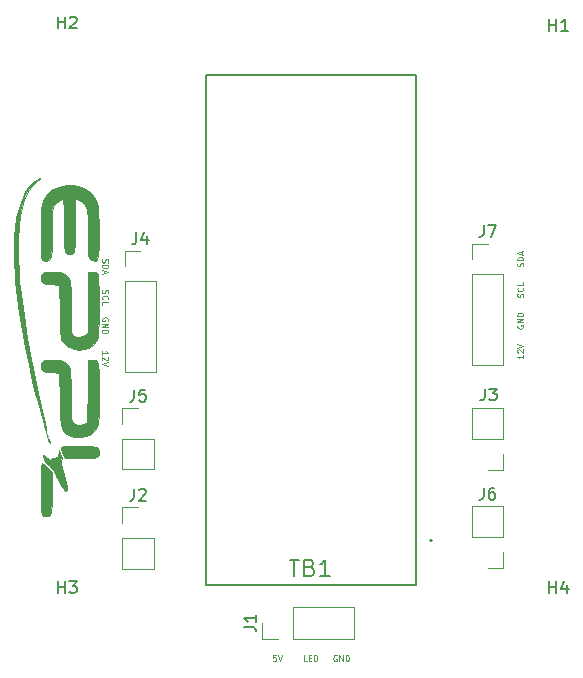
<source format=gbr>
%TF.GenerationSoftware,KiCad,Pcbnew,(6.0.4)*%
%TF.CreationDate,2022-09-15T01:44:32-04:00*%
%TF.ProjectId,NANO_HAT,4e414e4f-5f48-4415-942e-6b696361645f,rev?*%
%TF.SameCoordinates,Original*%
%TF.FileFunction,Legend,Top*%
%TF.FilePolarity,Positive*%
%FSLAX46Y46*%
G04 Gerber Fmt 4.6, Leading zero omitted, Abs format (unit mm)*
G04 Created by KiCad (PCBNEW (6.0.4)) date 2022-09-15 01:44:32*
%MOMM*%
%LPD*%
G01*
G04 APERTURE LIST*
%ADD10C,0.125000*%
%ADD11C,0.150000*%
%ADD12C,0.010000*%
%ADD13C,0.120000*%
%ADD14C,0.127000*%
%ADD15C,0.200000*%
G04 APERTURE END LIST*
D10*
X144597619Y-79792857D02*
X144573809Y-79864285D01*
X144573809Y-79983333D01*
X144597619Y-80030952D01*
X144621428Y-80054761D01*
X144669047Y-80078571D01*
X144716666Y-80078571D01*
X144764285Y-80054761D01*
X144788095Y-80030952D01*
X144811904Y-79983333D01*
X144835714Y-79888095D01*
X144859523Y-79840476D01*
X144883333Y-79816666D01*
X144930952Y-79792857D01*
X144978571Y-79792857D01*
X145026190Y-79816666D01*
X145050000Y-79840476D01*
X145073809Y-79888095D01*
X145073809Y-80007142D01*
X145050000Y-80078571D01*
X144573809Y-80292857D02*
X145073809Y-80292857D01*
X145073809Y-80411904D01*
X145050000Y-80483333D01*
X145002380Y-80530952D01*
X144954761Y-80554761D01*
X144859523Y-80578571D01*
X144788095Y-80578571D01*
X144692857Y-80554761D01*
X144645238Y-80530952D01*
X144597619Y-80483333D01*
X144573809Y-80411904D01*
X144573809Y-80292857D01*
X144716666Y-80769047D02*
X144716666Y-81007142D01*
X144573809Y-80721428D02*
X145073809Y-80888095D01*
X144573809Y-81054761D01*
X180202380Y-82995238D02*
X180226190Y-82923809D01*
X180226190Y-82804761D01*
X180202380Y-82757142D01*
X180178571Y-82733333D01*
X180130952Y-82709523D01*
X180083333Y-82709523D01*
X180035714Y-82733333D01*
X180011904Y-82757142D01*
X179988095Y-82804761D01*
X179964285Y-82900000D01*
X179940476Y-82947619D01*
X179916666Y-82971428D01*
X179869047Y-82995238D01*
X179821428Y-82995238D01*
X179773809Y-82971428D01*
X179750000Y-82947619D01*
X179726190Y-82900000D01*
X179726190Y-82780952D01*
X179750000Y-82709523D01*
X180178571Y-82209523D02*
X180202380Y-82233333D01*
X180226190Y-82304761D01*
X180226190Y-82352380D01*
X180202380Y-82423809D01*
X180154761Y-82471428D01*
X180107142Y-82495238D01*
X180011904Y-82519047D01*
X179940476Y-82519047D01*
X179845238Y-82495238D01*
X179797619Y-82471428D01*
X179750000Y-82423809D01*
X179726190Y-82352380D01*
X179726190Y-82304761D01*
X179750000Y-82233333D01*
X179773809Y-82209523D01*
X180226190Y-81757142D02*
X180226190Y-81995238D01*
X179726190Y-81995238D01*
X144597619Y-82404761D02*
X144573809Y-82476190D01*
X144573809Y-82595238D01*
X144597619Y-82642857D01*
X144621428Y-82666666D01*
X144669047Y-82690476D01*
X144716666Y-82690476D01*
X144764285Y-82666666D01*
X144788095Y-82642857D01*
X144811904Y-82595238D01*
X144835714Y-82500000D01*
X144859523Y-82452380D01*
X144883333Y-82428571D01*
X144930952Y-82404761D01*
X144978571Y-82404761D01*
X145026190Y-82428571D01*
X145050000Y-82452380D01*
X145073809Y-82500000D01*
X145073809Y-82619047D01*
X145050000Y-82690476D01*
X144621428Y-83190476D02*
X144597619Y-83166666D01*
X144573809Y-83095238D01*
X144573809Y-83047619D01*
X144597619Y-82976190D01*
X144645238Y-82928571D01*
X144692857Y-82904761D01*
X144788095Y-82880952D01*
X144859523Y-82880952D01*
X144954761Y-82904761D01*
X145002380Y-82928571D01*
X145050000Y-82976190D01*
X145073809Y-83047619D01*
X145073809Y-83095238D01*
X145050000Y-83166666D01*
X145026190Y-83190476D01*
X144573809Y-83642857D02*
X144573809Y-83404761D01*
X145073809Y-83404761D01*
X161878571Y-113826190D02*
X161640476Y-113826190D01*
X161640476Y-113326190D01*
X162045238Y-113564285D02*
X162211904Y-113564285D01*
X162283333Y-113826190D02*
X162045238Y-113826190D01*
X162045238Y-113326190D01*
X162283333Y-113326190D01*
X162497619Y-113826190D02*
X162497619Y-113326190D01*
X162616666Y-113326190D01*
X162688095Y-113350000D01*
X162735714Y-113397619D01*
X162759523Y-113445238D01*
X162783333Y-113540476D01*
X162783333Y-113611904D01*
X162759523Y-113707142D01*
X162735714Y-113754761D01*
X162688095Y-113802380D01*
X162616666Y-113826190D01*
X162497619Y-113826190D01*
X144573809Y-87890476D02*
X144573809Y-87604761D01*
X144573809Y-87747619D02*
X145073809Y-87747619D01*
X145002380Y-87700000D01*
X144954761Y-87652380D01*
X144930952Y-87604761D01*
X145026190Y-88080952D02*
X145050000Y-88104761D01*
X145073809Y-88152380D01*
X145073809Y-88271428D01*
X145050000Y-88319047D01*
X145026190Y-88342857D01*
X144978571Y-88366666D01*
X144930952Y-88366666D01*
X144859523Y-88342857D01*
X144573809Y-88057142D01*
X144573809Y-88366666D01*
X145073809Y-88509523D02*
X144573809Y-88676190D01*
X145073809Y-88842857D01*
X159304761Y-113326190D02*
X159066666Y-113326190D01*
X159042857Y-113564285D01*
X159066666Y-113540476D01*
X159114285Y-113516666D01*
X159233333Y-113516666D01*
X159280952Y-113540476D01*
X159304761Y-113564285D01*
X159328571Y-113611904D01*
X159328571Y-113730952D01*
X159304761Y-113778571D01*
X159280952Y-113802380D01*
X159233333Y-113826190D01*
X159114285Y-113826190D01*
X159066666Y-113802380D01*
X159042857Y-113778571D01*
X159471428Y-113326190D02*
X159638095Y-113826190D01*
X159804761Y-113326190D01*
X180202380Y-80407142D02*
X180226190Y-80335714D01*
X180226190Y-80216666D01*
X180202380Y-80169047D01*
X180178571Y-80145238D01*
X180130952Y-80121428D01*
X180083333Y-80121428D01*
X180035714Y-80145238D01*
X180011904Y-80169047D01*
X179988095Y-80216666D01*
X179964285Y-80311904D01*
X179940476Y-80359523D01*
X179916666Y-80383333D01*
X179869047Y-80407142D01*
X179821428Y-80407142D01*
X179773809Y-80383333D01*
X179750000Y-80359523D01*
X179726190Y-80311904D01*
X179726190Y-80192857D01*
X179750000Y-80121428D01*
X180226190Y-79907142D02*
X179726190Y-79907142D01*
X179726190Y-79788095D01*
X179750000Y-79716666D01*
X179797619Y-79669047D01*
X179845238Y-79645238D01*
X179940476Y-79621428D01*
X180011904Y-79621428D01*
X180107142Y-79645238D01*
X180154761Y-79669047D01*
X180202380Y-79716666D01*
X180226190Y-79788095D01*
X180226190Y-79907142D01*
X180083333Y-79430952D02*
X180083333Y-79192857D01*
X180226190Y-79478571D02*
X179726190Y-79311904D01*
X180226190Y-79145238D01*
X145050000Y-85019047D02*
X145073809Y-84971428D01*
X145073809Y-84900000D01*
X145050000Y-84828571D01*
X145002380Y-84780952D01*
X144954761Y-84757142D01*
X144859523Y-84733333D01*
X144788095Y-84733333D01*
X144692857Y-84757142D01*
X144645238Y-84780952D01*
X144597619Y-84828571D01*
X144573809Y-84900000D01*
X144573809Y-84947619D01*
X144597619Y-85019047D01*
X144621428Y-85042857D01*
X144788095Y-85042857D01*
X144788095Y-84947619D01*
X144573809Y-85257142D02*
X145073809Y-85257142D01*
X144573809Y-85542857D01*
X145073809Y-85542857D01*
X144573809Y-85780952D02*
X145073809Y-85780952D01*
X145073809Y-85900000D01*
X145050000Y-85971428D01*
X145002380Y-86019047D01*
X144954761Y-86042857D01*
X144859523Y-86066666D01*
X144788095Y-86066666D01*
X144692857Y-86042857D01*
X144645238Y-86019047D01*
X144597619Y-85971428D01*
X144573809Y-85900000D01*
X144573809Y-85780952D01*
X164419047Y-113350000D02*
X164371428Y-113326190D01*
X164300000Y-113326190D01*
X164228571Y-113350000D01*
X164180952Y-113397619D01*
X164157142Y-113445238D01*
X164133333Y-113540476D01*
X164133333Y-113611904D01*
X164157142Y-113707142D01*
X164180952Y-113754761D01*
X164228571Y-113802380D01*
X164300000Y-113826190D01*
X164347619Y-113826190D01*
X164419047Y-113802380D01*
X164442857Y-113778571D01*
X164442857Y-113611904D01*
X164347619Y-113611904D01*
X164657142Y-113826190D02*
X164657142Y-113326190D01*
X164942857Y-113826190D01*
X164942857Y-113326190D01*
X165180952Y-113826190D02*
X165180952Y-113326190D01*
X165300000Y-113326190D01*
X165371428Y-113350000D01*
X165419047Y-113397619D01*
X165442857Y-113445238D01*
X165466666Y-113540476D01*
X165466666Y-113611904D01*
X165442857Y-113707142D01*
X165419047Y-113754761D01*
X165371428Y-113802380D01*
X165300000Y-113826190D01*
X165180952Y-113826190D01*
X179750000Y-85380952D02*
X179726190Y-85428571D01*
X179726190Y-85500000D01*
X179750000Y-85571428D01*
X179797619Y-85619047D01*
X179845238Y-85642857D01*
X179940476Y-85666666D01*
X180011904Y-85666666D01*
X180107142Y-85642857D01*
X180154761Y-85619047D01*
X180202380Y-85571428D01*
X180226190Y-85500000D01*
X180226190Y-85452380D01*
X180202380Y-85380952D01*
X180178571Y-85357142D01*
X180011904Y-85357142D01*
X180011904Y-85452380D01*
X180226190Y-85142857D02*
X179726190Y-85142857D01*
X180226190Y-84857142D01*
X179726190Y-84857142D01*
X180226190Y-84619047D02*
X179726190Y-84619047D01*
X179726190Y-84500000D01*
X179750000Y-84428571D01*
X179797619Y-84380952D01*
X179845238Y-84357142D01*
X179940476Y-84333333D01*
X180011904Y-84333333D01*
X180107142Y-84357142D01*
X180154761Y-84380952D01*
X180202380Y-84428571D01*
X180226190Y-84500000D01*
X180226190Y-84619047D01*
X180226190Y-87909523D02*
X180226190Y-88195238D01*
X180226190Y-88052380D02*
X179726190Y-88052380D01*
X179797619Y-88100000D01*
X179845238Y-88147619D01*
X179869047Y-88195238D01*
X179773809Y-87719047D02*
X179750000Y-87695238D01*
X179726190Y-87647619D01*
X179726190Y-87528571D01*
X179750000Y-87480952D01*
X179773809Y-87457142D01*
X179821428Y-87433333D01*
X179869047Y-87433333D01*
X179940476Y-87457142D01*
X180226190Y-87742857D01*
X180226190Y-87433333D01*
X179726190Y-87290476D02*
X180226190Y-87123809D01*
X179726190Y-86957142D01*
D11*
%TO.C,J5*%
X147266666Y-90847380D02*
X147266666Y-91561666D01*
X147219047Y-91704523D01*
X147123809Y-91799761D01*
X146980952Y-91847380D01*
X146885714Y-91847380D01*
X148219047Y-90847380D02*
X147742857Y-90847380D01*
X147695238Y-91323571D01*
X147742857Y-91275952D01*
X147838095Y-91228333D01*
X148076190Y-91228333D01*
X148171428Y-91275952D01*
X148219047Y-91323571D01*
X148266666Y-91418809D01*
X148266666Y-91656904D01*
X148219047Y-91752142D01*
X148171428Y-91799761D01*
X148076190Y-91847380D01*
X147838095Y-91847380D01*
X147742857Y-91799761D01*
X147695238Y-91752142D01*
%TO.C,H1*%
X182438095Y-60452380D02*
X182438095Y-59452380D01*
X182438095Y-59928571D02*
X183009523Y-59928571D01*
X183009523Y-60452380D02*
X183009523Y-59452380D01*
X184009523Y-60452380D02*
X183438095Y-60452380D01*
X183723809Y-60452380D02*
X183723809Y-59452380D01*
X183628571Y-59595238D01*
X183533333Y-59690476D01*
X183438095Y-59738095D01*
%TO.C,J7*%
X176866666Y-76922380D02*
X176866666Y-77636666D01*
X176819047Y-77779523D01*
X176723809Y-77874761D01*
X176580952Y-77922380D01*
X176485714Y-77922380D01*
X177247619Y-76922380D02*
X177914285Y-76922380D01*
X177485714Y-77922380D01*
%TO.C,J2*%
X147266666Y-99247380D02*
X147266666Y-99961666D01*
X147219047Y-100104523D01*
X147123809Y-100199761D01*
X146980952Y-100247380D01*
X146885714Y-100247380D01*
X147695238Y-99342619D02*
X147742857Y-99295000D01*
X147838095Y-99247380D01*
X148076190Y-99247380D01*
X148171428Y-99295000D01*
X148219047Y-99342619D01*
X148266666Y-99437857D01*
X148266666Y-99533095D01*
X148219047Y-99675952D01*
X147647619Y-100247380D01*
X148266666Y-100247380D01*
%TO.C,TB1*%
X160433333Y-105233333D02*
X161233333Y-105233333D01*
X160833333Y-106633333D02*
X160833333Y-105233333D01*
X162166666Y-105900000D02*
X162366666Y-105966666D01*
X162433333Y-106033333D01*
X162500000Y-106166666D01*
X162500000Y-106366666D01*
X162433333Y-106500000D01*
X162366666Y-106566666D01*
X162233333Y-106633333D01*
X161700000Y-106633333D01*
X161700000Y-105233333D01*
X162166666Y-105233333D01*
X162300000Y-105300000D01*
X162366666Y-105366666D01*
X162433333Y-105500000D01*
X162433333Y-105633333D01*
X162366666Y-105766666D01*
X162300000Y-105833333D01*
X162166666Y-105900000D01*
X161700000Y-105900000D01*
X163833333Y-106633333D02*
X163033333Y-106633333D01*
X163433333Y-106633333D02*
X163433333Y-105233333D01*
X163300000Y-105433333D01*
X163166666Y-105566666D01*
X163033333Y-105633333D01*
%TO.C,J3*%
X176966666Y-90752380D02*
X176966666Y-91466666D01*
X176919047Y-91609523D01*
X176823809Y-91704761D01*
X176680952Y-91752380D01*
X176585714Y-91752380D01*
X177347619Y-90752380D02*
X177966666Y-90752380D01*
X177633333Y-91133333D01*
X177776190Y-91133333D01*
X177871428Y-91180952D01*
X177919047Y-91228571D01*
X177966666Y-91323809D01*
X177966666Y-91561904D01*
X177919047Y-91657142D01*
X177871428Y-91704761D01*
X177776190Y-91752380D01*
X177490476Y-91752380D01*
X177395238Y-91704761D01*
X177347619Y-91657142D01*
%TO.C,J4*%
X147466666Y-77522380D02*
X147466666Y-78236666D01*
X147419047Y-78379523D01*
X147323809Y-78474761D01*
X147180952Y-78522380D01*
X147085714Y-78522380D01*
X148371428Y-77855714D02*
X148371428Y-78522380D01*
X148133333Y-77474761D02*
X147895238Y-78189047D01*
X148514285Y-78189047D01*
%TO.C,H3*%
X140838095Y-108052380D02*
X140838095Y-107052380D01*
X140838095Y-107528571D02*
X141409523Y-107528571D01*
X141409523Y-108052380D02*
X141409523Y-107052380D01*
X141790476Y-107052380D02*
X142409523Y-107052380D01*
X142076190Y-107433333D01*
X142219047Y-107433333D01*
X142314285Y-107480952D01*
X142361904Y-107528571D01*
X142409523Y-107623809D01*
X142409523Y-107861904D01*
X142361904Y-107957142D01*
X142314285Y-108004761D01*
X142219047Y-108052380D01*
X141933333Y-108052380D01*
X141838095Y-108004761D01*
X141790476Y-107957142D01*
%TO.C,J6*%
X176866666Y-99152380D02*
X176866666Y-99866666D01*
X176819047Y-100009523D01*
X176723809Y-100104761D01*
X176580952Y-100152380D01*
X176485714Y-100152380D01*
X177771428Y-99152380D02*
X177580952Y-99152380D01*
X177485714Y-99200000D01*
X177438095Y-99247619D01*
X177342857Y-99390476D01*
X177295238Y-99580952D01*
X177295238Y-99961904D01*
X177342857Y-100057142D01*
X177390476Y-100104761D01*
X177485714Y-100152380D01*
X177676190Y-100152380D01*
X177771428Y-100104761D01*
X177819047Y-100057142D01*
X177866666Y-99961904D01*
X177866666Y-99723809D01*
X177819047Y-99628571D01*
X177771428Y-99580952D01*
X177676190Y-99533333D01*
X177485714Y-99533333D01*
X177390476Y-99580952D01*
X177342857Y-99628571D01*
X177295238Y-99723809D01*
%TO.C,H4*%
X182438095Y-108052380D02*
X182438095Y-107052380D01*
X182438095Y-107528571D02*
X183009523Y-107528571D01*
X183009523Y-108052380D02*
X183009523Y-107052380D01*
X183914285Y-107385714D02*
X183914285Y-108052380D01*
X183676190Y-107004761D02*
X183438095Y-107719047D01*
X184057142Y-107719047D01*
%TO.C,J1*%
X156597380Y-110933333D02*
X157311666Y-110933333D01*
X157454523Y-110980952D01*
X157549761Y-111076190D01*
X157597380Y-111219047D01*
X157597380Y-111314285D01*
X157597380Y-109933333D02*
X157597380Y-110504761D01*
X157597380Y-110219047D02*
X156597380Y-110219047D01*
X156740238Y-110314285D01*
X156835476Y-110409523D01*
X156883095Y-110504761D01*
%TO.C,H2*%
X140838095Y-60252380D02*
X140838095Y-59252380D01*
X140838095Y-59728571D02*
X141409523Y-59728571D01*
X141409523Y-60252380D02*
X141409523Y-59252380D01*
X141838095Y-59347619D02*
X141885714Y-59300000D01*
X141980952Y-59252380D01*
X142219047Y-59252380D01*
X142314285Y-59300000D01*
X142361904Y-59347619D01*
X142409523Y-59442857D01*
X142409523Y-59538095D01*
X142361904Y-59680952D01*
X141790476Y-60252380D01*
X142409523Y-60252380D01*
%TO.C,G\u002A\u002A\u002A*%
G36*
X139937172Y-94673702D02*
G01*
X139947265Y-94806026D01*
X139930488Y-94835980D01*
X139892006Y-94810729D01*
X139886019Y-94724855D01*
X139906696Y-94634512D01*
X139937172Y-94673702D01*
G37*
D12*
X139937172Y-94673702D02*
X139947265Y-94806026D01*
X139930488Y-94835980D01*
X139892006Y-94810729D01*
X139886019Y-94724855D01*
X139906696Y-94634512D01*
X139937172Y-94673702D01*
G36*
X139298603Y-73016074D02*
G01*
X139152320Y-73125502D01*
X139083156Y-73168214D01*
X138854618Y-73343753D01*
X138614552Y-73588460D01*
X138518655Y-73707876D01*
X138203840Y-74202155D01*
X137950973Y-74755373D01*
X137754798Y-75388741D01*
X137610061Y-76123476D01*
X137511506Y-76980790D01*
X137453878Y-77981897D01*
X137452871Y-78010244D01*
X137436817Y-78878735D01*
X137449916Y-79775778D01*
X137493878Y-80713348D01*
X137570413Y-81703422D01*
X137681230Y-82757973D01*
X137828039Y-83888978D01*
X138012551Y-85108412D01*
X138236473Y-86428250D01*
X138501518Y-87860467D01*
X138809393Y-89417040D01*
X139161810Y-91109944D01*
X139560476Y-92951153D01*
X139632842Y-93279179D01*
X139722493Y-93702512D01*
X139791715Y-94064836D01*
X139835172Y-94335217D01*
X139847531Y-94482726D01*
X139843344Y-94499790D01*
X139794529Y-94517471D01*
X139794003Y-94513188D01*
X139773042Y-94410210D01*
X139716094Y-94172580D01*
X139630594Y-93829317D01*
X139523978Y-93409439D01*
X139403680Y-92941967D01*
X139277135Y-92455920D01*
X139151778Y-91980316D01*
X139035043Y-91544175D01*
X139004052Y-91429910D01*
X138670422Y-90125136D01*
X138351674Y-88726036D01*
X138054713Y-87271577D01*
X137786440Y-85800726D01*
X137553760Y-84352449D01*
X137363575Y-82965714D01*
X137222789Y-81679487D01*
X137174140Y-81100577D01*
X137113557Y-79949924D01*
X137101843Y-78822233D01*
X137138864Y-77771211D01*
X137183799Y-77205910D01*
X137306972Y-76345514D01*
X137496485Y-75529569D01*
X137742361Y-74786874D01*
X138034624Y-74146232D01*
X138363299Y-73636443D01*
X138459936Y-73521693D01*
X138631161Y-73361532D01*
X138849041Y-73195806D01*
X139069135Y-73053359D01*
X139247000Y-72963034D01*
X139337070Y-72952423D01*
X139298603Y-73016074D01*
G37*
X139298603Y-73016074D02*
X139152320Y-73125502D01*
X139083156Y-73168214D01*
X138854618Y-73343753D01*
X138614552Y-73588460D01*
X138518655Y-73707876D01*
X138203840Y-74202155D01*
X137950973Y-74755373D01*
X137754798Y-75388741D01*
X137610061Y-76123476D01*
X137511506Y-76980790D01*
X137453878Y-77981897D01*
X137452871Y-78010244D01*
X137436817Y-78878735D01*
X137449916Y-79775778D01*
X137493878Y-80713348D01*
X137570413Y-81703422D01*
X137681230Y-82757973D01*
X137828039Y-83888978D01*
X138012551Y-85108412D01*
X138236473Y-86428250D01*
X138501518Y-87860467D01*
X138809393Y-89417040D01*
X139161810Y-91109944D01*
X139560476Y-92951153D01*
X139632842Y-93279179D01*
X139722493Y-93702512D01*
X139791715Y-94064836D01*
X139835172Y-94335217D01*
X139847531Y-94482726D01*
X139843344Y-94499790D01*
X139794529Y-94517471D01*
X139794003Y-94513188D01*
X139773042Y-94410210D01*
X139716094Y-94172580D01*
X139630594Y-93829317D01*
X139523978Y-93409439D01*
X139403680Y-92941967D01*
X139277135Y-92455920D01*
X139151778Y-91980316D01*
X139035043Y-91544175D01*
X139004052Y-91429910D01*
X138670422Y-90125136D01*
X138351674Y-88726036D01*
X138054713Y-87271577D01*
X137786440Y-85800726D01*
X137553760Y-84352449D01*
X137363575Y-82965714D01*
X137222789Y-81679487D01*
X137174140Y-81100577D01*
X137113557Y-79949924D01*
X137101843Y-78822233D01*
X137138864Y-77771211D01*
X137183799Y-77205910D01*
X137306972Y-76345514D01*
X137496485Y-75529569D01*
X137742361Y-74786874D01*
X138034624Y-74146232D01*
X138363299Y-73636443D01*
X138459936Y-73521693D01*
X138631161Y-73361532D01*
X138849041Y-73195806D01*
X139069135Y-73053359D01*
X139247000Y-72963034D01*
X139337070Y-72952423D01*
X139298603Y-73016074D01*
G36*
X140048668Y-95070577D02*
G01*
X140112160Y-95250081D01*
X140120177Y-95342697D01*
X140072717Y-95316489D01*
X140048668Y-95282244D01*
X139978468Y-95101502D01*
X139971249Y-95028244D01*
X139995423Y-94977613D01*
X140048668Y-95070577D01*
G37*
X140048668Y-95070577D02*
X140112160Y-95250081D01*
X140120177Y-95342697D01*
X140072717Y-95316489D01*
X140048668Y-95282244D01*
X139978468Y-95101502D01*
X139971249Y-95028244D01*
X139995423Y-94977613D01*
X140048668Y-95070577D01*
G36*
X141037917Y-96213077D02*
G01*
X141129384Y-96627835D01*
X141117295Y-96869255D01*
X141108491Y-97117609D01*
X141153316Y-97412146D01*
X141259891Y-97797424D01*
X141320286Y-97982911D01*
X141443573Y-98396899D01*
X141528314Y-98775154D01*
X141572432Y-99092455D01*
X141573850Y-99323582D01*
X141530491Y-99443314D01*
X141440280Y-99426431D01*
X141439063Y-99425429D01*
X141327456Y-99289730D01*
X141184125Y-99060151D01*
X141090745Y-98885895D01*
X140952220Y-98624244D01*
X140826995Y-98412499D01*
X140769095Y-98330244D01*
X140671192Y-98168446D01*
X140567401Y-97933014D01*
X140550328Y-97886451D01*
X140408478Y-97629664D01*
X140188973Y-97374905D01*
X140111380Y-97306781D01*
X139899253Y-97117812D01*
X139758987Y-96928473D01*
X139650443Y-96674819D01*
X139584569Y-96467577D01*
X139556879Y-96352823D01*
X139585860Y-96335497D01*
X139695158Y-96423630D01*
X139830956Y-96551265D01*
X140028823Y-96722397D01*
X140148269Y-96774933D01*
X140210634Y-96733497D01*
X140339794Y-96646961D01*
X140524442Y-96608528D01*
X140747622Y-96564625D01*
X140861888Y-96435138D01*
X140900598Y-96181325D01*
X140900945Y-96171244D01*
X140909148Y-95917244D01*
X141037917Y-96213077D01*
G37*
X141037917Y-96213077D02*
X141129384Y-96627835D01*
X141117295Y-96869255D01*
X141108491Y-97117609D01*
X141153316Y-97412146D01*
X141259891Y-97797424D01*
X141320286Y-97982911D01*
X141443573Y-98396899D01*
X141528314Y-98775154D01*
X141572432Y-99092455D01*
X141573850Y-99323582D01*
X141530491Y-99443314D01*
X141440280Y-99426431D01*
X141439063Y-99425429D01*
X141327456Y-99289730D01*
X141184125Y-99060151D01*
X141090745Y-98885895D01*
X140952220Y-98624244D01*
X140826995Y-98412499D01*
X140769095Y-98330244D01*
X140671192Y-98168446D01*
X140567401Y-97933014D01*
X140550328Y-97886451D01*
X140408478Y-97629664D01*
X140188973Y-97374905D01*
X140111380Y-97306781D01*
X139899253Y-97117812D01*
X139758987Y-96928473D01*
X139650443Y-96674819D01*
X139584569Y-96467577D01*
X139556879Y-96352823D01*
X139585860Y-96335497D01*
X139695158Y-96423630D01*
X139830956Y-96551265D01*
X140028823Y-96722397D01*
X140148269Y-96774933D01*
X140210634Y-96733497D01*
X140339794Y-96646961D01*
X140524442Y-96608528D01*
X140747622Y-96564625D01*
X140861888Y-96435138D01*
X140900598Y-96181325D01*
X140900945Y-96171244D01*
X140909148Y-95917244D01*
X141037917Y-96213077D01*
G36*
X139554859Y-97113166D02*
G01*
X139710648Y-97251410D01*
X139905293Y-97430297D01*
X140302668Y-97800350D01*
X140302668Y-99485791D01*
X140299506Y-100131927D01*
X140286906Y-100628216D01*
X140260198Y-100994081D01*
X140214710Y-101248941D01*
X140145772Y-101412217D01*
X140048713Y-101503330D01*
X139918863Y-101541700D01*
X139806801Y-101547577D01*
X139672148Y-101541857D01*
X139568628Y-101511667D01*
X139492330Y-101437461D01*
X139439342Y-101299694D01*
X139405751Y-101078818D01*
X139387646Y-100755290D01*
X139381115Y-100309562D01*
X139382247Y-99722090D01*
X139384021Y-99435144D01*
X139389242Y-98869668D01*
X139396797Y-98349553D01*
X139406060Y-97902706D01*
X139416408Y-97557034D01*
X139427215Y-97340447D01*
X139431978Y-97293077D01*
X139463871Y-97124449D01*
X139487583Y-97060244D01*
X139554859Y-97113166D01*
G37*
X139554859Y-97113166D02*
X139710648Y-97251410D01*
X139905293Y-97430297D01*
X140302668Y-97800350D01*
X140302668Y-99485791D01*
X140299506Y-100131927D01*
X140286906Y-100628216D01*
X140260198Y-100994081D01*
X140214710Y-101248941D01*
X140145772Y-101412217D01*
X140048713Y-101503330D01*
X139918863Y-101541700D01*
X139806801Y-101547577D01*
X139672148Y-101541857D01*
X139568628Y-101511667D01*
X139492330Y-101437461D01*
X139439342Y-101299694D01*
X139405751Y-101078818D01*
X139387646Y-100755290D01*
X139381115Y-100309562D01*
X139382247Y-99722090D01*
X139384021Y-99435144D01*
X139389242Y-98869668D01*
X139396797Y-98349553D01*
X139406060Y-97902706D01*
X139416408Y-97557034D01*
X139427215Y-97340447D01*
X139431978Y-97293077D01*
X139463871Y-97124449D01*
X139487583Y-97060244D01*
X139554859Y-97113166D01*
G36*
X143725351Y-88308218D02*
G01*
X143877072Y-88315987D01*
X143998367Y-88339632D01*
X144092643Y-88396306D01*
X144163303Y-88503165D01*
X144213753Y-88677363D01*
X144247396Y-88936054D01*
X144267638Y-89296392D01*
X144277883Y-89775532D01*
X144281536Y-90390628D01*
X144282001Y-91112897D01*
X144281303Y-91834176D01*
X144278368Y-92407254D01*
X144271942Y-92853258D01*
X144260766Y-93193316D01*
X144243586Y-93448558D01*
X144219143Y-93640112D01*
X144186183Y-93789106D01*
X144143447Y-93916669D01*
X144110503Y-93996548D01*
X143878648Y-94380693D01*
X143558038Y-94642481D01*
X143128020Y-94794677D01*
X142740537Y-94843479D01*
X142172260Y-94818016D01*
X141715707Y-94666040D01*
X141369200Y-94386793D01*
X141210003Y-94151487D01*
X141152614Y-94035335D01*
X141107569Y-93912140D01*
X141072847Y-93759459D01*
X141046424Y-93554845D01*
X141026279Y-93275856D01*
X141010388Y-92900046D01*
X140996729Y-92404971D01*
X140983280Y-91768188D01*
X140980001Y-91599244D01*
X140937668Y-89397910D01*
X140304812Y-89372650D01*
X139875614Y-89333478D01*
X139591235Y-89248695D01*
X139430571Y-89106502D01*
X139372518Y-88895094D01*
X139371335Y-88850637D01*
X139416957Y-88612509D01*
X139491671Y-88461592D01*
X139572255Y-88381689D01*
X139696174Y-88332401D01*
X139900929Y-88306749D01*
X140224025Y-88297751D01*
X140374555Y-88297244D01*
X140763868Y-88303645D01*
X141028498Y-88328026D01*
X141212786Y-88378150D01*
X141361074Y-88461781D01*
X141376052Y-88472595D01*
X141531404Y-88595793D01*
X141653478Y-88725167D01*
X141746261Y-88881962D01*
X141813740Y-89087420D01*
X141859901Y-89362784D01*
X141888731Y-89729296D01*
X141904217Y-90208199D01*
X141910346Y-90820737D01*
X141911203Y-91324077D01*
X141911953Y-91975834D01*
X141915159Y-92479514D01*
X141922392Y-92856371D01*
X141935223Y-93127657D01*
X141955225Y-93314627D01*
X141983969Y-93438534D01*
X142023026Y-93520632D01*
X142073968Y-93582174D01*
X142078515Y-93586757D01*
X142287505Y-93736180D01*
X142461158Y-93808014D01*
X142695801Y-93811554D01*
X142961778Y-93742581D01*
X143179410Y-93626585D01*
X143246651Y-93556719D01*
X143263384Y-93451169D01*
X143281172Y-93197836D01*
X143299179Y-92818260D01*
X143316567Y-92333979D01*
X143332501Y-91766533D01*
X143346142Y-91137463D01*
X143350668Y-90879577D01*
X143393001Y-88297244D01*
X143725351Y-88308218D01*
G37*
X143725351Y-88308218D02*
X143877072Y-88315987D01*
X143998367Y-88339632D01*
X144092643Y-88396306D01*
X144163303Y-88503165D01*
X144213753Y-88677363D01*
X144247396Y-88936054D01*
X144267638Y-89296392D01*
X144277883Y-89775532D01*
X144281536Y-90390628D01*
X144282001Y-91112897D01*
X144281303Y-91834176D01*
X144278368Y-92407254D01*
X144271942Y-92853258D01*
X144260766Y-93193316D01*
X144243586Y-93448558D01*
X144219143Y-93640112D01*
X144186183Y-93789106D01*
X144143447Y-93916669D01*
X144110503Y-93996548D01*
X143878648Y-94380693D01*
X143558038Y-94642481D01*
X143128020Y-94794677D01*
X142740537Y-94843479D01*
X142172260Y-94818016D01*
X141715707Y-94666040D01*
X141369200Y-94386793D01*
X141210003Y-94151487D01*
X141152614Y-94035335D01*
X141107569Y-93912140D01*
X141072847Y-93759459D01*
X141046424Y-93554845D01*
X141026279Y-93275856D01*
X141010388Y-92900046D01*
X140996729Y-92404971D01*
X140983280Y-91768188D01*
X140980001Y-91599244D01*
X140937668Y-89397910D01*
X140304812Y-89372650D01*
X139875614Y-89333478D01*
X139591235Y-89248695D01*
X139430571Y-89106502D01*
X139372518Y-88895094D01*
X139371335Y-88850637D01*
X139416957Y-88612509D01*
X139491671Y-88461592D01*
X139572255Y-88381689D01*
X139696174Y-88332401D01*
X139900929Y-88306749D01*
X140224025Y-88297751D01*
X140374555Y-88297244D01*
X140763868Y-88303645D01*
X141028498Y-88328026D01*
X141212786Y-88378150D01*
X141361074Y-88461781D01*
X141376052Y-88472595D01*
X141531404Y-88595793D01*
X141653478Y-88725167D01*
X141746261Y-88881962D01*
X141813740Y-89087420D01*
X141859901Y-89362784D01*
X141888731Y-89729296D01*
X141904217Y-90208199D01*
X141910346Y-90820737D01*
X141911203Y-91324077D01*
X141911953Y-91975834D01*
X141915159Y-92479514D01*
X141922392Y-92856371D01*
X141935223Y-93127657D01*
X141955225Y-93314627D01*
X141983969Y-93438534D01*
X142023026Y-93520632D01*
X142073968Y-93582174D01*
X142078515Y-93586757D01*
X142287505Y-93736180D01*
X142461158Y-93808014D01*
X142695801Y-93811554D01*
X142961778Y-93742581D01*
X143179410Y-93626585D01*
X143246651Y-93556719D01*
X143263384Y-93451169D01*
X143281172Y-93197836D01*
X143299179Y-92818260D01*
X143316567Y-92333979D01*
X143332501Y-91766533D01*
X143346142Y-91137463D01*
X143350668Y-90879577D01*
X143393001Y-88297244D01*
X143725351Y-88308218D01*
G36*
X143234656Y-95624655D02*
G01*
X143647970Y-95640550D01*
X143936279Y-95675585D01*
X144121705Y-95736751D01*
X144226375Y-95831039D01*
X144272412Y-95965438D01*
X144282001Y-96128910D01*
X144269635Y-96307831D01*
X144217641Y-96439257D01*
X144103677Y-96530414D01*
X143905400Y-96588523D01*
X143600467Y-96620810D01*
X143166536Y-96634498D01*
X142710757Y-96636910D01*
X141405607Y-96636910D01*
X141287554Y-96354369D01*
X141162574Y-96040535D01*
X141106046Y-95845899D01*
X141113456Y-95736849D01*
X141180288Y-95679776D01*
X141196070Y-95673270D01*
X141324557Y-95655320D01*
X141589908Y-95640022D01*
X141959659Y-95628527D01*
X142401348Y-95621983D01*
X142674212Y-95620910D01*
X143234656Y-95624655D01*
G37*
X143234656Y-95624655D02*
X143647970Y-95640550D01*
X143936279Y-95675585D01*
X144121705Y-95736751D01*
X144226375Y-95831039D01*
X144272412Y-95965438D01*
X144282001Y-96128910D01*
X144269635Y-96307831D01*
X144217641Y-96439257D01*
X144103677Y-96530414D01*
X143905400Y-96588523D01*
X143600467Y-96620810D01*
X143166536Y-96634498D01*
X142710757Y-96636910D01*
X141405607Y-96636910D01*
X141287554Y-96354369D01*
X141162574Y-96040535D01*
X141106046Y-95845899D01*
X141113456Y-95736849D01*
X141180288Y-95679776D01*
X141196070Y-95673270D01*
X141324557Y-95655320D01*
X141589908Y-95640022D01*
X141959659Y-95628527D01*
X142401348Y-95621983D01*
X142674212Y-95620910D01*
X143234656Y-95624655D01*
G36*
X142185178Y-73548664D02*
G01*
X142766173Y-73691712D01*
X143282775Y-73949083D01*
X143710443Y-74310163D01*
X144024638Y-74764336D01*
X144135574Y-75035466D01*
X144185558Y-75274382D01*
X144226491Y-75634672D01*
X144258294Y-76088685D01*
X144280890Y-76608768D01*
X144294203Y-77167272D01*
X144298156Y-77736544D01*
X144292670Y-78288933D01*
X144277668Y-78796790D01*
X144253074Y-79232461D01*
X144218810Y-79568296D01*
X144174798Y-79776644D01*
X144148954Y-79824529D01*
X143926638Y-79945850D01*
X143684074Y-79907889D01*
X143520001Y-79788244D01*
X143465856Y-79725173D01*
X143424645Y-79643620D01*
X143394613Y-79521478D01*
X143374003Y-79336638D01*
X143361061Y-79066996D01*
X143354030Y-78690443D01*
X143351155Y-78184874D01*
X143350668Y-77655975D01*
X143349576Y-77020326D01*
X143345116Y-76529777D01*
X143335515Y-76160101D01*
X143319000Y-75887074D01*
X143293795Y-75686469D01*
X143258128Y-75534060D01*
X143210224Y-75405621D01*
X143181327Y-75343228D01*
X143042199Y-75136049D01*
X142845521Y-74935272D01*
X142631531Y-74771268D01*
X142440468Y-74674409D01*
X142312568Y-74675068D01*
X142304837Y-74681630D01*
X142290123Y-74777752D01*
X142276901Y-75020293D01*
X142265726Y-75386341D01*
X142257150Y-75852986D01*
X142251728Y-76397316D01*
X142250001Y-76949088D01*
X142249120Y-77651205D01*
X142244362Y-78202252D01*
X142232557Y-78620492D01*
X142210537Y-78924186D01*
X142175131Y-79131596D01*
X142123169Y-79260985D01*
X142051481Y-79330614D01*
X141956898Y-79358746D01*
X141836249Y-79363642D01*
X141830901Y-79363614D01*
X141695686Y-79360790D01*
X141589198Y-79342001D01*
X141507763Y-79289049D01*
X141447706Y-79183740D01*
X141405353Y-79007878D01*
X141377029Y-78743268D01*
X141359059Y-78371713D01*
X141347769Y-77875019D01*
X141339484Y-77234990D01*
X141335948Y-76912760D01*
X141327187Y-76310019D01*
X141315138Y-75766707D01*
X141300620Y-75304622D01*
X141284455Y-74945564D01*
X141267463Y-74711331D01*
X141250464Y-74623723D01*
X141249768Y-74623577D01*
X141147895Y-74667314D01*
X140964653Y-74777172D01*
X140884756Y-74830073D01*
X140713737Y-74955474D01*
X140579840Y-75086410D01*
X140478551Y-75244517D01*
X140405357Y-75451432D01*
X140355747Y-75728790D01*
X140325207Y-76098226D01*
X140309225Y-76581377D01*
X140303287Y-77199879D01*
X140302668Y-77620872D01*
X140301924Y-78255455D01*
X140298551Y-78742586D01*
X140290840Y-79104145D01*
X140277082Y-79362011D01*
X140255567Y-79538065D01*
X140224586Y-79654185D01*
X140182430Y-79732251D01*
X140133335Y-79788244D01*
X139907575Y-79937203D01*
X139664365Y-79926896D01*
X139535102Y-79869931D01*
X139485203Y-79835396D01*
X139446733Y-79778451D01*
X139418320Y-79679062D01*
X139398593Y-79517194D01*
X139386179Y-79272813D01*
X139379707Y-78925884D01*
X139377803Y-78456373D01*
X139379097Y-77844246D01*
X139380001Y-77605098D01*
X139384727Y-77000834D01*
X139393483Y-76440884D01*
X139405517Y-75951212D01*
X139420075Y-75557782D01*
X139436406Y-75286558D01*
X139450504Y-75173910D01*
X139656882Y-74666407D01*
X139998041Y-74219323D01*
X140441587Y-73866108D01*
X140928170Y-73648003D01*
X141564330Y-73530555D01*
X142185178Y-73548664D01*
G37*
X142185178Y-73548664D02*
X142766173Y-73691712D01*
X143282775Y-73949083D01*
X143710443Y-74310163D01*
X144024638Y-74764336D01*
X144135574Y-75035466D01*
X144185558Y-75274382D01*
X144226491Y-75634672D01*
X144258294Y-76088685D01*
X144280890Y-76608768D01*
X144294203Y-77167272D01*
X144298156Y-77736544D01*
X144292670Y-78288933D01*
X144277668Y-78796790D01*
X144253074Y-79232461D01*
X144218810Y-79568296D01*
X144174798Y-79776644D01*
X144148954Y-79824529D01*
X143926638Y-79945850D01*
X143684074Y-79907889D01*
X143520001Y-79788244D01*
X143465856Y-79725173D01*
X143424645Y-79643620D01*
X143394613Y-79521478D01*
X143374003Y-79336638D01*
X143361061Y-79066996D01*
X143354030Y-78690443D01*
X143351155Y-78184874D01*
X143350668Y-77655975D01*
X143349576Y-77020326D01*
X143345116Y-76529777D01*
X143335515Y-76160101D01*
X143319000Y-75887074D01*
X143293795Y-75686469D01*
X143258128Y-75534060D01*
X143210224Y-75405621D01*
X143181327Y-75343228D01*
X143042199Y-75136049D01*
X142845521Y-74935272D01*
X142631531Y-74771268D01*
X142440468Y-74674409D01*
X142312568Y-74675068D01*
X142304837Y-74681630D01*
X142290123Y-74777752D01*
X142276901Y-75020293D01*
X142265726Y-75386341D01*
X142257150Y-75852986D01*
X142251728Y-76397316D01*
X142250001Y-76949088D01*
X142249120Y-77651205D01*
X142244362Y-78202252D01*
X142232557Y-78620492D01*
X142210537Y-78924186D01*
X142175131Y-79131596D01*
X142123169Y-79260985D01*
X142051481Y-79330614D01*
X141956898Y-79358746D01*
X141836249Y-79363642D01*
X141830901Y-79363614D01*
X141695686Y-79360790D01*
X141589198Y-79342001D01*
X141507763Y-79289049D01*
X141447706Y-79183740D01*
X141405353Y-79007878D01*
X141377029Y-78743268D01*
X141359059Y-78371713D01*
X141347769Y-77875019D01*
X141339484Y-77234990D01*
X141335948Y-76912760D01*
X141327187Y-76310019D01*
X141315138Y-75766707D01*
X141300620Y-75304622D01*
X141284455Y-74945564D01*
X141267463Y-74711331D01*
X141250464Y-74623723D01*
X141249768Y-74623577D01*
X141147895Y-74667314D01*
X140964653Y-74777172D01*
X140884756Y-74830073D01*
X140713737Y-74955474D01*
X140579840Y-75086410D01*
X140478551Y-75244517D01*
X140405357Y-75451432D01*
X140355747Y-75728790D01*
X140325207Y-76098226D01*
X140309225Y-76581377D01*
X140303287Y-77199879D01*
X140302668Y-77620872D01*
X140301924Y-78255455D01*
X140298551Y-78742586D01*
X140290840Y-79104145D01*
X140277082Y-79362011D01*
X140255567Y-79538065D01*
X140224586Y-79654185D01*
X140182430Y-79732251D01*
X140133335Y-79788244D01*
X139907575Y-79937203D01*
X139664365Y-79926896D01*
X139535102Y-79869931D01*
X139485203Y-79835396D01*
X139446733Y-79778451D01*
X139418320Y-79679062D01*
X139398593Y-79517194D01*
X139386179Y-79272813D01*
X139379707Y-78925884D01*
X139377803Y-78456373D01*
X139379097Y-77844246D01*
X139380001Y-77605098D01*
X139384727Y-77000834D01*
X139393483Y-76440884D01*
X139405517Y-75951212D01*
X139420075Y-75557782D01*
X139436406Y-75286558D01*
X139450504Y-75173910D01*
X139656882Y-74666407D01*
X139998041Y-74219323D01*
X140441587Y-73866108D01*
X140928170Y-73648003D01*
X141564330Y-73530555D01*
X142185178Y-73548664D01*
G36*
X143995729Y-80910341D02*
G01*
X144146071Y-80986005D01*
X144194356Y-81052677D01*
X144219255Y-81183318D01*
X144240024Y-81457017D01*
X144256640Y-81847548D01*
X144269079Y-82328686D01*
X144277319Y-82874207D01*
X144281337Y-83457883D01*
X144281110Y-84053490D01*
X144276615Y-84634802D01*
X144267830Y-85175595D01*
X144254732Y-85649642D01*
X144237297Y-86030717D01*
X144215503Y-86292596D01*
X144199002Y-86386429D01*
X144038442Y-86714095D01*
X143773575Y-87028596D01*
X143460975Y-87263923D01*
X143435335Y-87277487D01*
X143034793Y-87411363D01*
X142586761Y-87449492D01*
X142145643Y-87396272D01*
X141765844Y-87256099D01*
X141585591Y-87127982D01*
X141423087Y-86974697D01*
X141295200Y-86838292D01*
X141197364Y-86696627D01*
X141125014Y-86527558D01*
X141073584Y-86308945D01*
X141038509Y-86018645D01*
X141015224Y-85634517D01*
X140999163Y-85134418D01*
X140985761Y-84496208D01*
X140980001Y-84190910D01*
X140937668Y-81947244D01*
X140235856Y-81904910D01*
X139842057Y-81870548D01*
X139588356Y-81813129D01*
X139445620Y-81715456D01*
X139384715Y-81560334D01*
X139375206Y-81396910D01*
X139410670Y-81168863D01*
X139462783Y-81037077D01*
X139529059Y-80966454D01*
X139650685Y-80922038D01*
X139861416Y-80898240D01*
X140195007Y-80889467D01*
X140357305Y-80888910D01*
X140754994Y-80894296D01*
X141026945Y-80915402D01*
X141216553Y-80959649D01*
X141367209Y-81034458D01*
X141421011Y-81070830D01*
X141563189Y-81182687D01*
X141675019Y-81306312D01*
X141760109Y-81462488D01*
X141822066Y-81671997D01*
X141864497Y-81955624D01*
X141891011Y-82334150D01*
X141905213Y-82828359D01*
X141910712Y-83459033D01*
X141911335Y-83895706D01*
X141911335Y-85976607D01*
X142119153Y-86184425D01*
X142393803Y-86357996D01*
X142631002Y-86392244D01*
X142954022Y-86323151D01*
X143142850Y-86184425D01*
X143350668Y-85976607D01*
X143350668Y-80888910D01*
X143728689Y-80888910D01*
X143995729Y-80910341D01*
G37*
X143995729Y-80910341D02*
X144146071Y-80986005D01*
X144194356Y-81052677D01*
X144219255Y-81183318D01*
X144240024Y-81457017D01*
X144256640Y-81847548D01*
X144269079Y-82328686D01*
X144277319Y-82874207D01*
X144281337Y-83457883D01*
X144281110Y-84053490D01*
X144276615Y-84634802D01*
X144267830Y-85175595D01*
X144254732Y-85649642D01*
X144237297Y-86030717D01*
X144215503Y-86292596D01*
X144199002Y-86386429D01*
X144038442Y-86714095D01*
X143773575Y-87028596D01*
X143460975Y-87263923D01*
X143435335Y-87277487D01*
X143034793Y-87411363D01*
X142586761Y-87449492D01*
X142145643Y-87396272D01*
X141765844Y-87256099D01*
X141585591Y-87127982D01*
X141423087Y-86974697D01*
X141295200Y-86838292D01*
X141197364Y-86696627D01*
X141125014Y-86527558D01*
X141073584Y-86308945D01*
X141038509Y-86018645D01*
X141015224Y-85634517D01*
X140999163Y-85134418D01*
X140985761Y-84496208D01*
X140980001Y-84190910D01*
X140937668Y-81947244D01*
X140235856Y-81904910D01*
X139842057Y-81870548D01*
X139588356Y-81813129D01*
X139445620Y-81715456D01*
X139384715Y-81560334D01*
X139375206Y-81396910D01*
X139410670Y-81168863D01*
X139462783Y-81037077D01*
X139529059Y-80966454D01*
X139650685Y-80922038D01*
X139861416Y-80898240D01*
X140195007Y-80889467D01*
X140357305Y-80888910D01*
X140754994Y-80894296D01*
X141026945Y-80915402D01*
X141216553Y-80959649D01*
X141367209Y-81034458D01*
X141421011Y-81070830D01*
X141563189Y-81182687D01*
X141675019Y-81306312D01*
X141760109Y-81462488D01*
X141822066Y-81671997D01*
X141864497Y-81955624D01*
X141891011Y-82334150D01*
X141905213Y-82828359D01*
X141910712Y-83459033D01*
X141911335Y-83895706D01*
X141911335Y-85976607D01*
X142119153Y-86184425D01*
X142393803Y-86357996D01*
X142631002Y-86392244D01*
X142954022Y-86323151D01*
X143142850Y-86184425D01*
X143350668Y-85976607D01*
X143350668Y-80888910D01*
X143728689Y-80888910D01*
X143995729Y-80910341D01*
D13*
%TO.C,J5*%
X146270000Y-94995000D02*
X146270000Y-97595000D01*
X146270000Y-93725000D02*
X146270000Y-92395000D01*
X146270000Y-92395000D02*
X147600000Y-92395000D01*
X146270000Y-94995000D02*
X148930000Y-94995000D01*
X148930000Y-94995000D02*
X148930000Y-97595000D01*
X146270000Y-97595000D02*
X148930000Y-97595000D01*
%TO.C,J7*%
X175870000Y-78470000D02*
X177200000Y-78470000D01*
X178530000Y-81070000D02*
X178530000Y-88750000D01*
X175870000Y-81070000D02*
X175870000Y-88750000D01*
X175870000Y-88750000D02*
X178530000Y-88750000D01*
X175870000Y-81070000D02*
X178530000Y-81070000D01*
X175870000Y-79800000D02*
X175870000Y-78470000D01*
%TO.C,J2*%
X146270000Y-103395000D02*
X148930000Y-103395000D01*
X148930000Y-103395000D02*
X148930000Y-105995000D01*
X146270000Y-102125000D02*
X146270000Y-100795000D01*
X146270000Y-100795000D02*
X147600000Y-100795000D01*
X146270000Y-105995000D02*
X148930000Y-105995000D01*
X146270000Y-103395000D02*
X146270000Y-105995000D01*
D14*
%TO.C,TB1*%
X171110000Y-107390000D02*
X153330000Y-107390000D01*
X171110000Y-64210000D02*
X171110000Y-107390000D01*
X153330000Y-64210000D02*
X171110000Y-64210000D01*
X153330000Y-107390000D02*
X153330000Y-64210000D01*
D15*
X172520000Y-103600000D02*
G75*
G03*
X172520000Y-103600000I-100000J0D01*
G01*
D13*
%TO.C,J3*%
X175870000Y-95005000D02*
X175870000Y-92405000D01*
X178530000Y-97605000D02*
X177200000Y-97605000D01*
X178530000Y-96275000D02*
X178530000Y-97605000D01*
X178530000Y-95005000D02*
X178530000Y-92405000D01*
X178530000Y-95005000D02*
X175870000Y-95005000D01*
X178530000Y-92405000D02*
X175870000Y-92405000D01*
%TO.C,J4*%
X146470000Y-80400000D02*
X146470000Y-79070000D01*
X146470000Y-81670000D02*
X146470000Y-89350000D01*
X146470000Y-81670000D02*
X149130000Y-81670000D01*
X146470000Y-79070000D02*
X147800000Y-79070000D01*
X149130000Y-81670000D02*
X149130000Y-89350000D01*
X146470000Y-89350000D02*
X149130000Y-89350000D01*
%TO.C,J6*%
X178530000Y-100730000D02*
X175870000Y-100730000D01*
X178530000Y-103330000D02*
X175870000Y-103330000D01*
X175870000Y-103330000D02*
X175870000Y-100730000D01*
X178530000Y-103330000D02*
X178530000Y-100730000D01*
X178530000Y-105930000D02*
X177200000Y-105930000D01*
X178530000Y-104600000D02*
X178530000Y-105930000D01*
%TO.C,J1*%
X159475000Y-111930000D02*
X158145000Y-111930000D01*
X165885000Y-111930000D02*
X165885000Y-109270000D01*
X160745000Y-109270000D02*
X165885000Y-109270000D01*
X158145000Y-111930000D02*
X158145000Y-110600000D01*
X160745000Y-111930000D02*
X160745000Y-109270000D01*
X160745000Y-111930000D02*
X165885000Y-111930000D01*
%TD*%
M02*

</source>
